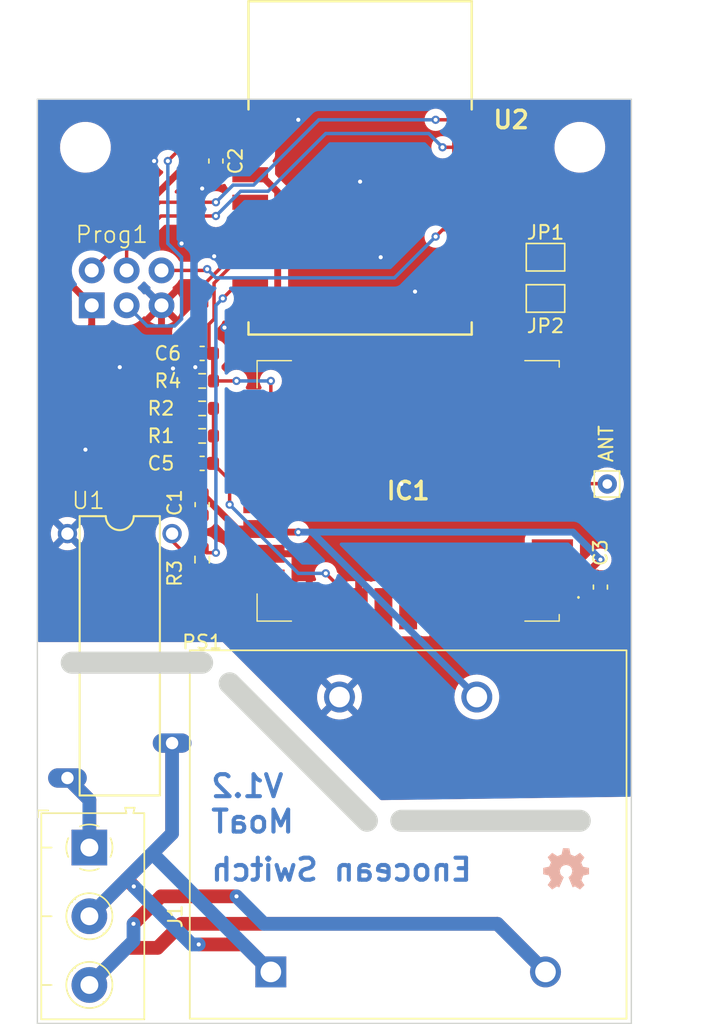
<source format=kicad_pcb>
(kicad_pcb (version 20220914) (generator pcbnew)
  (title_block (comment 4 "AISLER Project ID: AZRQSYIT"))
  (layers (0 "F.Cu" signal) (31 "B.Cu" signal) (34 "B.Paste" user) (35 "F.Paste" user) (36 "B.SilkS" user "B.Silkscreen") (37 "F.SilkS" user "F.Silkscreen") (38 "B.Mask" user) (39 "F.Mask" user) (44 "Edge.Cuts" user))
  (net 0 "")
  (net 1 "GND")
  (net 2 "+3V3")
  (net 4 "REN")
  (net 5 "Net-(IC1-SER_TX)")
  (net 6 "Net-(IC1-SER_RX)")
  (net 9 "Net-(J1-Pin_3)")
  (net 10 "Net-(J1-Pin_1)")
  (net 11 "Net-(J1-Pin_2)")
  (net 12 "Net-(Prog1-Tx)")
  (net 13 "Net-(Prog1-Rx)")
  (net 14 "PROG")
  (net 15 "Net-(Prog1-Reset)")
  (net 16 "MRST")
  (net 17 "Net-(U1-+)")
  (net 22 "WHIP")
  (net 23 "Net-(IC1-RESET)")
  (net 24 "SIG")
  (footprint "localstuff:Conn_P5.0mm_3_Lumberg" (layer "F.Cu") (at 118.7875 90.95 -90)
    (fp_text reference "J1" (at 5 -6.26 90) (layer "F.SilkS"))
    (fp_text value "Conn_01x03_Female")
    (fp_line (start -2.9 -3.3) (end -2.5 -3.2) (stroke (width 0.12)) (layer "F.SilkS"))
    (fp_line (start -2.9 -2.6) (end -2.9 -3.3) (stroke (width 0.12)) (layer "F.SilkS"))
    (fp_line (start -2.7 3) (end -2.7 3.74) (stroke (width 0.12)) (layer "F.SilkS"))
    (fp_line (start -2.7 3.74) (end -2.2 3.74) (stroke (width 0.12)) (layer "F.SilkS"))
    (fp_line (start -2.5 -4) (end 12.5 -4) (stroke (width 0.12)) (layer "F.SilkS"))
    (fp_line (start -2.5 -3.2) (end -2.5 -4) (stroke (width 0.12)) (layer "F.SilkS"))
    (fp_line (start -2.5 -2.7) (end -2.9 -2.6) (stroke (width 0.12)) (layer "F.SilkS"))
    (fp_line (start -2.5 -2.7) (end -2.5 3.5) (stroke (width 0.12)) (layer "F.SilkS"))
    (fp_line (start -2.5 3.5) (end 12.5 3.5) (stroke (width 0.12)) (layer "F.SilkS"))
    (fp_line (start 0 3.5) (end 0 2.75) (stroke (width 0.12)) (layer "F.SilkS"))
    (fp_line (start 3.773 1.023) (end 3.726 1.069) (stroke (width 0.12)) (layer "F.SilkS"))
    (fp_line (start 3.966 1.239) (end 3.931 1.274) (stroke (width 0.12)) (layer "F.SilkS"))
    (fp_line (start 5 3.5) (end 5 2.75) (stroke (width 0.12)) (layer "F.SilkS"))
    (fp_line (start 6.07 -1.275) (end 6.035 -1.239) (stroke (width 0.12)) (layer "F.SilkS"))
    (fp_line (start 6.275 -1.069) (end 6.228 -1.023) (stroke (width 0.12)) (layer "F.SilkS"))
    (fp_line (start 8.773 1.023) (end 8.726 1.069) (stroke (width 0.12)) (layer "F.SilkS"))
    (fp_line (start 8.966 1.239) (end 8.931 1.274) (stroke (width 0.12)) (layer "F.SilkS"))
    (fp_line (start 10 3.5) (end 10 2.75) (stroke (width 0.12)) (layer "F.SilkS"))
    (fp_line (start 11.07 -1.275) (end 11.035 -1.239) (stroke (width 0.12)) (layer "F.SilkS"))
    (fp_line (start 11.275 -1.069) (end 11.228 -1.023) (stroke (width 0.12)) (layer "F.SilkS"))
    (fp_line (start 12.5 -4) (end 12.5 3.5) (stroke (width 0.12)) (layer "F.SilkS"))
    (fp_arc (start -1.535427 0.683042) (mid -1.680501 -0.000524) (end -1.535 -0.684) (stroke (width 0.12)) (layer "F.SilkS"))
    (fp_arc (start -0.683042 -1.535427) (mid 0.000524 -1.680501) (end 0.684 -1.535) (stroke (width 0.12)) (layer "F.SilkS"))
    (fp_arc (start 0.028805 1.680253) (mid -0.335551 1.646659) (end -0.684 1.535) (stroke (width 0.12)) (layer "F.SilkS"))
    (fp_arc (start 0.683318 1.534756) (mid 0.349292 1.643288) (end 0 1.68) (stroke (width 0.12)) (layer "F.SilkS"))
    (fp_arc (start 1.535427 -0.683042) (mid 1.680501 0.000524) (end 1.535 0.684) (stroke (width 0.12)) (layer "F.SilkS"))
    (fp_circle (center 5 0) (end 6.68 0) (stroke (width 0.12)) (fill none) (layer "F.SilkS"))
    (fp_circle (center 10 0) (end 11.68 0) (stroke (width 0.12)) (fill none) (layer "F.SilkS"))
    (pad "1" thru_hole rect (at 0 0 270) (size 2.6 2.6) (drill 1.3) (layers *.Cu *.Mask) (net 10 "Net-(J1-Pin_1)"))
    (pad "2" thru_hole circle (at 5 0 270) (size 2.6 2.6) (drill 1.3) (layers *.Cu *.Mask) (net 11 "Net-(J1-Pin_2)"))
    (pad "3" thru_hole circle (at 10 0 270) (size 2.6 2.6) (drill 1.3) (layers *.Cu *.Mask) (net 9 "Net-(J1-Pin_3)"))
  )
  (footprint "localstuff:VTX-214" (layer "F.Cu") (at 142 90 180)
    (fp_text reference "PS1" (at 15 14 180) (layer "F.SilkS") (effects (font (size 1.000677 1.000677))))
    (fp_text value "VTX-214-003-103")
    (fp_line (start -15.9 -13.4) (end -15.9 13.4) (stroke (width 0.127)) (layer "F.SilkS"))
    (fp_line (start 15.9 -13.4) (end -15.9 -13.4) (stroke (width 0.127)) (layer "F.SilkS"))
    (fp_line (start 15.9 -13.4) (end 15.9 13.4) (stroke (width 0.127)) (layer "F.SilkS"))
    (fp_line (start 15.9 13.4) (end -15.9 13.4) (stroke (width 0.127)) (layer "F.SilkS"))
    (pad "1" thru_hole rect (at 10 -10 180) (size 2.25 2.25) (drill 1.5) (layers *.Cu *.Mask) (net 11 "Net-(J1-Pin_2)"))
    (pad "2" thru_hole circle (at -10 -10 180) (size 2.25 2.25) (drill 1.5) (layers *.Cu *.Mask) (net 9 "Net-(J1-Pin_3)"))
    (pad "3" thru_hole circle (at -5 10 180) (size 2.25 2.25) (drill 1.5) (layers *.Cu *.Mask) (net 2 "+3V3"))
    (pad "4" thru_hole circle (at 5 10 180) (size 2.25 2.25) (drill 1.5) (layers *.Cu *.Mask) (net 1 "GND"))
  )
  (footprint "Capacitor_SMD:C_0603_1608Metric" (layer "F.Cu") (at 127 63)
    (fp_text reference "C5" (at -3 0) (layer "F.SilkS"))
    (fp_text value "C_10n_0603")
    (fp_line (start -0.14058 -0.51) (end 0.14058 -0.51) (stroke (width 0.12)) (layer "F.SilkS"))
    (fp_line (start -0.14058 0.51) (end 0.14058 0.51) (stroke (width 0.12)) (layer "F.SilkS"))
    (pad "1" smd roundrect (at -0.775 0) (size 0.9 0.95) (layers "F.Cu" "F.Paste" "F.Mask") (net 1 "GND"))
    (pad "2" smd roundrect (at 0.775 0) (size 0.9 0.95) (layers "F.Cu" "F.Paste" "F.Mask") (net 23 "Net-(IC1-RESET)"))
  )
  (footprint "localstuff:TCM310" (layer "F.Cu") (at 142 65)
    (fp_text reference "IC1" (at 0 0) (layer "F.SilkS") (effects (font (size 1.27 1.27) (thickness 0.254))))
    (fp_text value "TCM310" hide)
    (fp_line (start -11 -9.475) (end -11 -7.5) (stroke (width 0.1)) (layer "F.SilkS"))
    (fp_line (start -11 7.5) (end -11 9.475) (stroke (width 0.1)) (layer "F.SilkS"))
    (fp_line (start -11 9.475) (end -8.5 9.475) (stroke (width 0.1)) (layer "F.SilkS"))
    (fp_line (start -8.5 -9.475) (end -11 -9.475) (stroke (width 0.1)) (layer "F.SilkS"))
    (fp_line (start 8.5 -9.475) (end 8.5 -9.475) (stroke (width 0.1)) (layer "F.SilkS"))
    (fp_line (start 8.5 -9.475) (end 11 -9.475) (stroke (width 0.1)) (layer "F.SilkS"))
    (fp_line (start 8.5 9.475) (end 11 9.475) (stroke (width 0.1)) (layer "F.SilkS"))
    (fp_line (start 11 -9.475) (end 11 -9) (stroke (width 0.1)) (layer "F.SilkS"))
    (fp_line (start 11 9.475) (end 11 9) (stroke (width 0.1)) (layer "F.SilkS"))
    (fp_line (start 12.4 7.7) (end 12.4 7.7) (stroke (width 0.1)) (layer "F.SilkS"))
    (fp_line (start 12.4 7.8) (end 12.4 7.8) (stroke (width 0.1)) (layer "F.SilkS"))
    (fp_arc (start 12.4 7.7) (mid 12.45 7.75) (end 12.4 7.8) (stroke (width 0.1)) (layer "F.SilkS"))
    (fp_arc (start 12.4 7.8) (mid 12.35 7.75) (end 12.4 7.7) (stroke (width 0.1)) (layer "F.SilkS"))
    (pad "1" smd rect (at 10.5 7.775 90) (size 1.3 3) (layers "F.Cu" "F.Paste" "F.Mask") (net 1 "GND"))
    (pad "2" smd rect (at 10.5 5.975 90) (size 1.3 3) (layers "F.Cu" "F.Paste" "F.Mask") (net 2 "+3V3"))
    (pad "3" smd rect (at 10.5 4.175 90) (size 1.3 3) (layers "F.Cu" "F.Paste" "F.Mask"))
    (pad "4" smd rect (at 10.5 -0.525 90) (size 1.3 3) (layers "F.Cu" "F.Paste" "F.Mask") (net 22 "WHIP"))
    (pad "5" smd rect (at 10.5 -2.325 90) (size 1.3 3) (layers "F.Cu" "F.Paste" "F.Mask") (net 1 "GND"))
    (pad "6" smd rect (at 10.5 -4.125 90) (size 1.3 3) (layers "F.Cu" "F.Paste" "F.Mask"))
    (pad "7" smd rect (at 10.5 -5.925 90) (size 1.3 3) (layers "F.Cu" "F.Paste" "F.Mask") (net 1 "GND"))
    (pad "8" smd rect (at 10.5 -7.725 90) (size 1.3 3) (layers "F.Cu" "F.Paste" "F.Mask"))
    (pad "9" smd rect (at 7.2 -8.575) (size 1.3 3) (layers "F.Cu" "F.Paste" "F.Mask"))
    (pad "10" smd rect (at 5.4 -8.575) (size 1.3 3) (layers "F.Cu" "F.Paste" "F.Mask"))
    (pad "11" smd rect (at 3.6 -8.575) (size 1.3 3) (layers "F.Cu" "F.Paste" "F.Mask"))
    (pad "12" smd rect (at 1.8 -8.575) (size 1.3 3) (layers "F.Cu" "F.Paste" "F.Mask"))
    (pad "13" smd rect (at 0 -8.575) (size 1.3 3) (layers "F.Cu" "F.Paste" "F.Mask"))
    (pad "14" smd rect (at -1.8 -8.575) (size 1.3 3) (layers "F.Cu" "F.Paste" "F.Mask"))
    (pad "15" smd rect (at -3.6 -8.575) (size 1.3 3) (layers "F.Cu" "F.Paste" "F.Mask") (net 6 "Net-(IC1-SER_RX)"))
    (pad "16" smd rect (at -5.4 -8.575) (size 1.3 3) (layers "F.Cu" "F.Paste" "F.Mask") (net 5 "Net-(IC1-SER_TX)"))
    (pad "17" smd rect (at -7.2 -8.575) (size 1.3 3) (layers "F.Cu" "F.Paste" "F.Mask") (net 1 "GND"))
    (pad "18" smd rect (at -10.5 -6.225 90) (size 1.3 3) (layers "F.Cu" "F.Paste" "F.Mask") (net 4 "REN"))
    (pad "19" smd rect (at -10.5 -4.425 90) (size 1.3 3) (layers "F.Cu" "F.Paste" "F.Mask"))
    (pad "20" smd rect (at -10.5 -2.625 90) (size 1.3 3) (layers "F.Cu" "F.Paste" "F.Mask"))
    (pad "21" smd rect (at -10.5 -0.825 90) (size 1.3 3) (layers "F.Cu" "F.Paste" "F.Mask"))
    (pad "22" smd rect (at -10.5 0.975 90) (size 1.3 3) (layers "F.Cu" "F.Paste" "F.Mask"))
    (pad "23" smd rect (at -10.5 2.775 90) (size 1.3 3) (layers "F.Cu" "F.Paste" "F.Mask") (net 2 "+3V3"))
    (pad "24" smd rect (at -10.5 4.575 90) (size 1.3 3) (layers "F.Cu" "F.Paste" "F.Mask") (net 1 "GND"))
    (pad "25" smd rect (at -10.5 6.375 90) (size 1.3 3) (layers "F.Cu" "F.Paste" "F.Mask"))
    (pad "26" smd rect (at -7.2 8.575) (size 1.3 3) (layers "F.Cu" "F.Paste" "F.Mask") (net 1 "GND"))
    (pad "27" smd rect (at -5.4 8.575) (size 1.3 3) (layers "F.Cu" "F.Paste" "F.Mask") (net 23 "Net-(IC1-RESET)"))
    (pad "28" smd rect (at -3.6 8.575) (size 1.3 3) (layers "F.Cu" "F.Paste" "F.Mask") (net 1 "GND"))
    (pad "29" smd rect (at -1.8 8.575) (size 1.3 3) (layers "F.Cu" "F.Paste" "F.Mask"))
    (pad "30" smd rect (at 0 8.575) (size 1.3 3) (layers "F.Cu" "F.Paste" "F.Mask"))
    (pad "31" smd rect (at 1.8 8.575) (size 1.3 3) (layers "F.Cu" "F.Paste" "F.Mask") (net 1 "GND"))
    (pad "32" smd rect (at 3.6 8.575) (size 1.3 3) (layers "F.Cu" "F.Paste" "F.Mask"))
    (pad "33" smd rect (at 5.4 8.575) (size 1.3 3) (layers "F.Cu" "F.Paste" "F.Mask"))
    (pad "34" smd rect (at 7.2 8.575) (size 1.3 3) (layers "F.Cu" "F.Paste" "F.Mask"))
  )
  (footprint "Capacitor_SMD:C_0603_1608Metric" (layer "F.Cu") (at 128 41 -90)
    (fp_text reference "C2" (at 0 -1.43 -270) (layer "F.SilkS"))
    (fp_text value "CP_10µ_16V_0603")
    (fp_line (start -0.14058 -0.51) (end 0.14058 -0.51) (stroke (width 0.12)) (layer "F.SilkS"))
    (fp_line (start -0.14058 0.51) (end 0.14058 0.51) (stroke (width 0.12)) (layer "F.SilkS"))
    (pad "1" smd roundrect (at -0.775 0 270) (size 0.9 0.95) (layers "F.Cu" "F.Paste" "F.Mask") (net 2 "+3V3"))
    (pad "2" smd roundrect (at 0.775 0 270) (size 0.9 0.95) (layers "F.Cu" "F.Paste" "F.Mask") (net 1 "GND"))
  )
  (footprint "Jumper:SolderJumper-2_P1.3mm_Open_TrianglePad1.0x1.5mm" (layer "F.Cu") (at 152 48)
    (fp_text reference "JP1" (at 0 -1.8 -360) (layer "F.SilkS"))
    (fp_text value "Jumper_NC")
    (fp_line (start -1.4 -1) (end 1.4 -1) (stroke (width 0.12)) (layer "F.SilkS"))
    (fp_line (start -1.4 1) (end -1.4 -1) (stroke (width 0.12)) (layer "F.SilkS"))
    (fp_line (start 1.4 -1) (end 1.4 1) (stroke (width 0.12)) (layer "F.SilkS"))
    (fp_line (start 1.4 1) (end -1.4 1) (stroke (width 0.12)) (layer "F.SilkS"))
    (pad "1" smd custom (at -0.725 0) (size 0.3 0.3) (layers "F.Cu" "F.Mask") (net 12 "Net-(Prog1-Tx)") (options (clearance outline) (anchor rect)) (primitives (gr_poly (pts (xy 1 0) (xy 0.5 0.75) (xy -0.5 0.75) (xy -0.5 -0.75) (xy 0.5 -0.75)) (width 0) (fill yes))))
    (pad "2" smd custom (at 0.725 0) (size 0.3 0.3) (layers "F.Cu" "F.Mask") (net 6 "Net-(IC1-SER_RX)") (options (clearance outline) (anchor rect)) (primitives (gr_poly (pts (xy 0.5 0.75) (xy -0.65 0.75) (xy -0.15 0) (xy -0.65 -0.75) (xy 0.5 -0.75)) (width 0) (fill yes))))
  )
  (footprint "Connector_Pin:Pin_D0.7mm_L6.5mm_W1.8mm_FlatFork" (layer "F.Cu") (at 156.5 64.5)
    (fp_text reference "J2" hide)
    (fp_text value "Conn_01x01_Female")
    (fp_line (start -0.95 -0.95) (end -0.95 0.95) (stroke (width 0.12)) (layer "F.SilkS"))
    (fp_line (start -0.95 0.95) (end 0.9 0.95) (stroke (width 0.12)) (layer "F.SilkS"))
    (fp_line (start 0.9 -0.95) (end -0.95 -0.95) (stroke (width 0.12)) (layer "F.SilkS"))
    (fp_line (start 0.9 -0.9) (end 0.9 -0.95) (stroke (width 0.12)) (layer "F.SilkS"))
    (fp_line (start 0.9 0.95) (end 0.9 -0.9) (stroke (width 0.12)) (layer "F.SilkS"))
    (pad "1" thru_hole circle (at 0 0) (size 1.4 1.4) (drill 0.7) (layers *.Cu *.Mask) (net 22 "WHIP"))
  )
  (footprint "localstuff:DIL16-CPC1965G" (layer "F.Cu") (at 121 77 -90)
    (fp_text reference "U1" (at -12 1 -180) (layer "F.SilkS") (effects (font (size 1.2065 1.2065) (thickness 0.127)) (justify right top)))
    (fp_text value "CPC1965G")
    (fp_line (start -10.16 -2.921) (end -10.16 -1.016) (stroke (width 0.1524)) (layer "F.SilkS"))
    (fp_line (start -10.16 2.921) (end -10.16 1.016) (stroke (width 0.1524)) (layer "F.SilkS"))
    (fp_line (start -10.16 2.921) (end 10.16 2.921) (stroke (width 0.1524)) (layer "F.SilkS"))
    (fp_line (start 10.16 -2.921) (end -10.16 -2.921) (stroke (width 0.1524)) (layer "F.SilkS"))
    (fp_line (start 10.16 -2.921) (end 10.16 2.921) (stroke (width 0.1524)) (layer "F.SilkS"))
    (fp_arc (start -10.16 -1.016) (mid -9.144 0) (end -10.16 1.016) (stroke (width 0.1524)) (layer "F.SilkS"))
    (pad "1" thru_hole circle (at -8.89 3.81) (size 1.408 1.408) (drill 0.9) (layers *.Cu *.Mask) (net 1 "GND"))
    (pad "8" thru_hole oval (at 8.89 3.81) (size 2.816 1.408) (drill 0.9) (layers *.Cu *.Mask) (net 10 "Net-(J1-Pin_1)"))
    (pad "10" thru_hole oval (at 6.35 -3.81) (size 2.816 1.408) (drill 0.9) (layers *.Cu *.Mask) (net 11 "Net-(J1-Pin_2)"))
    (pad "16" thru_hole circle (at -8.89 -3.81) (size 1.408 1.408) (drill 0.9) (layers *.Cu *.Mask) (net 17 "Net-(U1-+)"))
  )
  (footprint "Resistor_SMD:R_0603_1608Metric" (layer "F.Cu") (at 127 57)
    (fp_text reference "R4" (at -2.5 0) (layer "F.SilkS"))
    (fp_text value "R_10k_0603")
    (fp_line (start -0.237258 -0.5225) (end 0.237258 -0.5225) (stroke (width 0.12)) (layer "F.SilkS"))
    (fp_line (start -0.237258 0.5225) (end 0.237258 0.5225) (stroke (width 0.12)) (layer "F.SilkS"))
    (pad "1" smd roundrect (at -0.825 0) (size 0.8 0.95) (layers "F.Cu" "F.Paste" "F.Mask") (net 1 "GND"))
    (pad "2" smd roundrect (at 0.825 0) (size 0.8 0.95) (layers "F.Cu" "F.Paste" "F.Mask") (net 4 "REN"))
  )
  (footprint "Resistor_SMD:R_0603_1608Metric" (layer "F.Cu") (at 127 61)
    (fp_text reference "R1" (at -3 0) (layer "F.SilkS"))
    (fp_text value "R_10k_0603")
    (fp_line (start -0.237258 -0.5225) (end 0.237258 -0.5225) (stroke (width 0.12)) (layer "F.SilkS"))
    (fp_line (start -0.237258 0.5225) (end 0.237258 0.5225) (stroke (width 0.12)) (layer "F.SilkS"))
    (pad "1" smd roundrect (at -0.825 0) (size 0.8 0.95) (layers "F.Cu" "F.Paste" "F.Mask") (net 1 "GND"))
    (pad "2" smd roundrect (at 0.825 0) (size 0.8 0.95) (layers "F.Cu" "F.Paste" "F.Mask") (net 23 "Net-(IC1-RESET)"))
  )
  (footprint "localstuff:ESP-12S" (layer "F.Cu") (at 138.5 41.5)
    (fp_text reference "U2" (at 11 -3.5) (layer "F.SilkS") (effects (font (size 1.27 1.27) (thickness 0.25) bold)))
    (fp_text value "ESP-12S")
    (fp_line (start -8.127 -12.127) (end 8.127 -12.127) (stroke (width 0.1778)) (layer "F.SilkS"))
    (fp_line (start -8.127 -4.256) (end -8.127 -12.127) (stroke (width 0.1778)) (layer "F.SilkS"))
    (fp_line (start -8.127 12.127) (end -8.127 11.241) (stroke (width 0.1778)) (layer "F.SilkS"))
    (fp_line (start 8.127 -12.127) (end 8.127 -4.256) (stroke (width 0.1778)) (layer "F.SilkS"))
    (fp_line (start 8.127 11.241) (end 8.127 12.127) (stroke (width 0.1778)) (layer "F.SilkS"))
    (fp_line (start 8.127 12.127) (end -8.127 12.127) (stroke (width 0.1778)) (layer "F.SilkS"))
    (pad "1" smd rect (at -8 -3.5) (size 2.6 1.1) (layers "F.Cu" "F.Paste" "F.Mask") (net 15 "Net-(Prog1-Reset)"))
    (pad "2" smd rect (at -8 -1.5) (size 2.6 1.1) (layers "F.Cu" "F.Paste" "F.Mask"))
    (pad "3" smd rect (at -8 0.5) (size 2.6 1.1) (layers "F.Cu" "F.Paste" "F.Mask") (net 2 "+3V3"))
    (pad "4" smd rect (at -8 2.5) (size 2.6 1.1) (layers "F.Cu" "F.Paste" "F.Mask"))
    (pad "5" smd rect (at -8 4.5) (size 2.6 1.1) (layers "F.Cu" "F.Paste" "F.Mask") (net 16 "MRST"))
    (pad "6" smd rect (at -8 6.5) (size 2.6 1.1) (layers "F.Cu" "F.Paste" "F.Mask") (net 4 "REN"))
    (pad "7" smd rect (at -8 8.5) (size 2.6 1.1) (layers "F.Cu" "F.Paste" "F.Mask") (net 24 "SIG"))
    (pad "8" smd rect (at -8 10.5) (size 2.6 1.1) (layers "F.Cu" "F.Paste" "F.Mask") (net 2 "+3V3"))
    (pad "9" smd rect (at 8 10.5 180) (size 2.6 1.1) (layers "F.Cu" "F.Paste" "F.Mask") (net 1 "GND"))
    (pad "10" smd rect (at 8 8.5 180) (size 2.6 1.1) (layers "F.Cu" "F.Paste" "F.Mask"))
    (pad "11" smd rect (at 8 6.5 180) (size 2.6 1.1) (layers "F.Cu" "F.Paste" "F.Mask"))
    (pad "12" smd rect (at 8 4.5 180) (size 2.6 1.1) (layers "F.Cu" "F.Paste" "F.Mask") (net 14 "PROG"))
    (pad "13" smd rect (at 8 2.5 180) (size 2.6 1.1) (layers "F.Cu" "F.Paste" "F.Mask"))
    (pad "14" smd rect (at 8 0.5 180) (size 2.6 1.1) (layers "F.Cu" "F.Paste" "F.Mask"))
    (pad "15" smd rect (at 8 -1.5 180) (size 2.6 1.1) (layers "F.Cu" "F.Paste" "F.Mask") (net 13 "Net-(Prog1-Rx)"))
    (pad "16" smd rect (at 8 -3.5 180) (size 2.6 1.1) (layers "F.Cu" "F.Paste" "F.Mask") (net 12 "Net-(Prog1-Tx)"))
    (pad "P$1" smd rect (at 0 1.2) (size 3.2 3.2) (layers "F.Cu" "F.Mask") (net 1 "GND"))
    (zone (net 0) (net_name "") (layer "F.Cu") (connect_pads (clearance 0)) (min_thickness 0.002541)
      (keepout (tracks not_allowed) (vias not_allowed) (pads not_allowed) (copperpour not_allowed) (footprints allowed))
      (fill (thermal_gap 0.508) (thermal_bridge_width 0.508))
      (polygon (pts (xy 130.5 36.5) (xy 146.5 36.5) (xy 146.5 29.5) (xy 130.5 29.5)))
    )
    (zone (net 0) (net_name "") (layer "B.Cu") (connect_pads (clearance 0)) (min_thickness 0.002541)
      (keepout (tracks not_allowed) (vias not_allowed) (pads not_allowed) (copperpour not_allowed) (footprints allowed))
      (fill (thermal_gap 0.508) (thermal_bridge_width 0.508))
      (polygon (pts (xy 146.5 36.5) (xy 130.5 36.5) (xy 130.5 29.5) (xy 146.5 29.5)))
    )
  )
  (footprint "Resistor_SMD:R_0603_1608Metric" (layer "F.Cu") (at 127 59 180)
    (fp_text reference "R2" (at 3 0) (layer "F.SilkS"))
    (fp_text value "R_180_0603")
    (fp_line (start -0.237258 -0.5225) (end 0.237258 -0.5225) (stroke (width 0.12)) (layer "F.SilkS"))
    (fp_line (start -0.237258 0.5225) (end 0.237258 0.5225) (stroke (width 0.12)) (layer "F.SilkS"))
    (pad "1" smd roundrect (at -0.825 0 180) (size 0.8 0.95) (layers "F.Cu" "F.Paste" "F.Mask") (net 23 "Net-(IC1-RESET)"))
    (pad "2" smd roundrect (at 0.825 0 180) (size 0.8 0.95) (layers "F.Cu" "F.Paste" "F.Mask") (net 16 "MRST"))
  )
  (footprint "MountingHole:MountingHole_3.2mm_M3" (layer "F.Cu") (at 118.5 40)
    (fp_text reference "REF**" hide)
    (fp_text value "MountingHole_3.2mm_M3" hide)
    (pad "" np_thru_hole circle (at 0 0) (size 3.2 3.2) (drill 3.2) (layers *.Cu *.Mask))
  )
  (footprint "Jumper:SolderJumper-2_P1.3mm_Open_TrianglePad1.0x1.5mm" (layer "F.Cu") (at 152 51)
    (fp_text reference "JP2" (at 0 2 -360) (layer "F.SilkS"))
    (fp_text value "Jumper_NC")
    (fp_line (start -1.4 -1) (end 1.4 -1) (stroke (width 0.12)) (layer "F.SilkS"))
    (fp_line (start -1.4 1) (end -1.4 -1) (stroke (width 0.12)) (layer "F.SilkS"))
    (fp_line (start 1.4 -1) (end 1.4 1) (stroke (width 0.12)) (layer "F.SilkS"))
    (fp_line (start 1.4 1) (end -1.4 1) (stroke (width 0.12)) (layer "F.SilkS"))
    (pad "1" smd custom (at -0.725 0) (size 0.3 0.3) (layers "F.Cu" "F.Mask") (net 13 "Net-(Prog1-Rx)") (options (clearance outline) (anchor rect)) (primitives (gr_poly (pts (xy 1 0) (xy 0.5 0.75) (xy -0.5 0.75) (xy -0.5 -0.75) (xy 0.5 -0.75)) (width 0) (fill yes))))
    (pad "2" smd custom (at 0.725 0) (size 0.3 0.3) (layers "F.Cu" "F.Mask") (net 5 "Net-(IC1-SER_TX)") (options (clearance outline) (anchor rect)) (primitives (gr_poly (pts (xy 0.5 0.75) (xy -0.65 0.75) (xy -0.15 0) (xy -0.65 -0.75) (xy 0.5 -0.75)) (width 0) (fill yes))))
  )
  (footprint "MountingHole:MountingHole_3.2mm_M3" (layer "F.Cu") (at 154.5 40)
    (fp_text reference "REF**" hide)
    (fp_text value "MountingHole_3.2mm_M3" hide)
    (pad "" np_thru_hole circle (at 0 0) (size 3.2 3.2) (drill 3.2) (layers *.Cu *.Mask))
  )
  (footprint "localstuff:2X3-NS" (layer "F.Cu") (at 121.5 50.23)
    (fp_text reference "Prog1" (at -3.81 -3.175) (layer "F.SilkS") (effects (font (size 1.2065 1.2065) (thickness 0.127)) (justify left bottom)))
    (fp_text value "PogoPad")
    (pad "1" thru_hole rect (at -2.54 1.27) (size 1.8796 1.8796) (drill 1.016) (layers *.Cu *.Mask) (net 2 "+3V3"))
    (pad "2" thru_hole circle (at -2.54 -1.27) (size 1.8796 1.8796) (drill 1.016) (layers *.Cu *.Mask) (net 12 "Net-(Prog1-Tx)"))
    (pad "3" thru_hole circle (at 0 1.27) (size 1.8796 1.8796) (drill 1.016) (layers *.Cu *.Mask) (net 15 "Net-(Prog1-Reset)"))
    (pad "4" thru_hole circle (at 0 -1.27) (size 1.8796 1.8796) (drill 1.016) (layers *.Cu *.Mask) (net 13 "Net-(Prog1-Rx)"))
    (pad "5" thru_hole circle (at 2.54 1.27) (size 1.8796 1.8796) (drill 1.016) (layers *.Cu *.Mask) (net 1 "GND"))
    (pad "6" thru_hole circle (at 2.54 -1.27) (size 1.8796 1.8796) (drill 1.016) (layers *.Cu *.Mask) (net 14 "PROG"))
  )
  (footprint "Capacitor_SMD:C_0603_1608Metric" (layer "F.Cu") (at 127 66 -90)
    (fp_text reference "C1" (at -0.14058 2 90) (layer "F.SilkS"))
    (fp_text value "CP_10µ_16V_0603")
    (fp_line (start -0.14058 -0.51) (end 0.14058 -0.51) (stroke (width 0.12)) (layer "F.SilkS"))
    (fp_line (start -0.14058 0.51) (end 0.14058 0.51) (stroke (width 0.12)) (layer "F.SilkS"))
    (pad "1" smd roundrect (at -0.775 0 270) (size 0.9 0.95) (layers "F.Cu" "F.Paste" "F.Mask") (net 2 "+3V3"))
    (pad "2" smd roundrect (at 0.775 0 270) (size 0.9 0.95) (layers "F.Cu" "F.Paste" "F.Mask") (net 1 "GND"))
  )
  (footprint "Resistor_SMD:R_0603_1608Metric" (layer "F.Cu") (at 127 70 -90)
    (fp_text reference "R3" (at 1 2 90) (layer "F.SilkS"))
    (fp_text value "R_220_0603")
    (fp_line (start -0.237258 -0.5225) (end 0.237258 -0.5225) (stroke (width 0.12)) (layer "F.SilkS"))
    (fp_line (start -0.237258 0.5225) (end 0.237258 0.5225) (stroke (width 0.12)) (layer "F.SilkS"))
    (pad "1" smd roundrect (at -0.825 0 270) (size 0.8 0.95) (layers "F.Cu" "F.Paste" "F.Mask") (net 24 "SIG"))
    (pad "2" smd roundrect (at 0.825 0 270) (size 0.8 0.95) (layers "F.Cu" "F.Paste" "F.Mask") (net 17 "Net-(U1-+)"))
  )
  (footprint "Capacitor_SMD:C_0603_1608Metric" (layer "F.Cu") (at 156 72 -90)
    (fp_text reference "C3" (at -2.5 0 90) (layer "F.SilkS"))
    (fp_text value "CP_10µ_16V_0603")
    (fp_line (start -0.14058 -0.51) (end 0.14058 -0.51) (stroke (width 0.12)) (layer "F.SilkS"))
    (fp_line (start -0.14058 0.51) (end 0.14058 0.51) (stroke (width 0.12)) (layer "F.SilkS"))
    (pad "1" smd roundrect (at -0.775 0 270) (size 0.9 0.95) (layers "F.Cu" "F.Paste" "F.Mask") (net 2 "+3V3"))
    (pad "2" smd roundrect (at 0.775 0 270) (size 0.9 0.95) (layers "F.Cu" "F.Paste" "F.Mask") (net 1 "GND"))
  )
  (footprint "Capacitor_SMD:C_0603_1608Metric" (layer "F.Cu") (at 127 55)
    (fp_text reference "C6" (at -2.5 0) (layer "F.SilkS"))
    (fp_text value "C_10n_0603")
    (fp_line (start -0.14058 -0.51) (end 0.14058 -0.51) (stroke (width 0.12)) (layer "F.SilkS"))
    (fp_line (start -0.14058 0.51) (end 0.14058 0.51) (stroke (width 0.12)) (layer "F.SilkS"))
    (pad "1" smd roundrect (at -0.775 0) (size 0.9 0.95) (layers "F.Cu" "F.Paste" "F.Mask") (net 1 "GND"))
    (pad "2" smd roundrect (at 0.775 0) (size 0.9 0.95) (layers "F.Cu" "F.Paste" "F.Mask") (net 4 "REN"))
  )
  (footprint "localstuff:OSHW Logo 3mm" (layer "B.Cu") (at 153.5 92.5 180)
    (fp_text reference "G***" hide)
    (fp_text value "LOGO" hide)
    (fp_poly (pts (xy -1.011428 -1.4986) (xy -0.650494 -1.273048) (xy -0.481076 -1.341628) (xy -0.179578 -0.611378) (xy -0.315722 -0.499618) (xy -0.3937 -0.402336) (xy -0.456946 -0.169164) (xy -0.39878 0.054864) (xy -0.32258 0.153162) (xy -0.230124 0.226314) (xy -0.000508 0.287528) (xy 0.228346 0.230378) (xy 0.368046 0.107442) (xy 0.461518 -0.127) (xy 0.422148 -0.356108) (xy 0.360172 -0.456692) (xy 0.176276 -0.613918) (xy 0.497586 -1.346454) (xy 0.677926 -1.277874) (xy 1.013714 -1.496568) (xy 1.337564 -1.177798) (xy 1.09982 -0.821182) (xy 1.257046 -0.479298) (xy 1.66243 -0.387604) (xy 1.659636 0.063246) (xy 1.22682 0.158496) (xy 1.09474 0.476504) (xy 1.33731 0.847852) (xy 1.01092 1.164844) (xy 0.637286 0.917956) (xy 0.324358 1.044956) (xy 0.220726 1.494028) (xy -0.226822 1.486916) (xy -0.327152 1.036574) (xy -0.631698 0.91186) (xy -1.014222 1.167638) (xy -1.330198 0.831596) (xy -1.094994 0.454152) (xy -1.223518 0.148082) (xy -1.6637 0.063246) (xy -1.668018 -0.389636) (xy -1.238504 -0.485648) (xy -1.109726 -0.83566) (xy -1.330198 -1.187704) (xy -1.011428 -1.4986)) (stroke (width 0.01)) (fill solid) (layer "B.SilkS"))
  )
  (gr_line (start 115 103.75) (end 115 36.5) (stroke (width 0.1)) (layer "Edge.Cuts"))
  (gr_line (start 158.25 103.75) (end 115 103.75) (stroke (width 0.1)) (layer "Edge.Cuts"))
  (gr_line (start 141.5 89) (end 154.5 89) (stroke (width 1.6)) (layer "Edge.Cuts"))
  (gr_line (start 129 79) (end 139 89) (stroke (width 1.6)) (layer "Edge.Cuts"))
  (gr_line (start 158.25 36.5) (end 158.25 103.75) (stroke (width 0.1)) (layer "Edge.Cuts"))
  (gr_line (start 117.5 77.5) (end 127 77.5) (stroke (width 1.6)) (layer "Edge.Cuts"))
  (gr_line (start 115 36.5) (end 158.25 36.5) (stroke (width 0.1)) (layer "Edge.Cuts"))
  (gr_text "Enocean Switch" (at 127.5 93.5) (layer "B.Cu") (effects (font (size 1.6 1.6) (thickness 0.3) bold) (justify right bottom mirror)))
  (gr_text "V1.2\nMoaT" (at 127.5 90) (layer "B.Cu") (effects (font (size 1.6 1.6) (thickness 0.3) bold) (justify right bottom mirror)))
  (gr_text "ANT" (at 157 63 90) (layer "F.SilkS") (effects (font (size 1 1)) (justify left bottom)))
  (segment (start 124.04 52.96) (end 121 56) (width 0.5) (layer "F.Cu") (net 1))
  (segment (start 126.225 63) (end 126.225 61.05) (width 0.5) (layer "F.Cu") (net 1))
  (segment (start 124.04 51.5) (end 124.04 52.96) (width 0.5) (layer "F.Cu") (net 1))
  (segment (start 128 41.775) (end 128 42) (width 0.5) (layer "F.Cu") (net 1))
  (segment (start 126.175 61) (end 121.175 56) (width 0.5) (layer "F.Cu") (net 1))
  (segment (start 126.225 55.725) (end 126.5 56) (width 0.5) (layer "F.Cu") (net 1))
  (segment (start 126.225 55) (end 126.225 55.725) (width 0.5) (layer "F.Cu") (net 1))
  (segment (start 128 42) (end 127 43) (width 0.5) (layer "F.Cu") (net 1))
  (segment (start 126.225 61.05) (end 126.175 61) (width 0.5) (layer "F.Cu") (net 1))
  (segment (start 126.175 56.325) (end 126.5 56) (width 0.5) (layer "F.Cu") (net 1))
  (segment (start 121.175 56) (end 121 56) (width 0.5) (layer "F.Cu") (net 1))
  (segment (start 126.175 57) (end 126.175 56.325) (width 0.5) (layer "F.Cu") (net 1))
  (via (at 123.5 41) (size 0.6) (drill 0.3) (layers "F.Cu" "B.Cu") (net 1))
  (via (at 140 48) (size 0.6) (drill 0.3) (layers "F.Cu" "B.Cu") (net 1))
  (via (at 138.5 42.5) (size 0.6) (drill 0.3) (layers "F.Cu" "B.Cu") (net 1))
  (via (at 118.5 62) (size 0.6) (drill 0.3) (layers "F.Cu" "B.Cu") (net 1))
  (via (at 125.5 47) (size 0.6) (drill 0.3) (layers "F.Cu" "B.Cu") (net 1))
  (via (at 127 43) (size 0.6) (drill 0.3) (layers "F.Cu" "B.Cu") (net 1))
  (via (at 142.5 50.5) (size 0.6) (drill 0.3) (layers "F.Cu" "B.Cu") (net 1))
  (via (at 134 38) (size 0.6) (drill 0.3) (layers "F.Cu" "B.Cu") (net 1))
  (via (at 128.6245 53.120989) (size 0.6) (drill 0.3) (layers "F.Cu" "B.Cu") (net 1))
  (via (at 126.5 56) (size 0.6) (drill 0.3) (layers "F.Cu" "B.Cu") (net 1))
  (via (at 121 56) (size 0.6) (drill 0.3) (layers "F.Cu" "B.Cu") (net 1))
  (via (at 127.8755 47.929438) (size 0.6) (drill 0.3) (layers "F.Cu" "B.Cu") (net 1))
  (via (at 124.8755 56.094824) (size 0.6) (drill 0.3) (layers "F.Cu" "B.Cu") (net 1))
  (via (at 141.5 64.5) (size 0.6) (drill 0.3) (layers "F.Cu" "B.Cu") (net 1))
  (segment (start 127 43) (end 126.425499 43.574501) (width 0.5) (layer "B.Cu") (net 1))
  (segment (start 126.425499 43.574501) (end 126.425499 52.386969) (width 0.5) (layer "B.Cu") (net 1))
  (segment (start 122.812468 56) (end 121 56) (width 0.5) (layer "B.Cu") (net 1))
  (segment (start 126.425499 52.386969) (end 122.812468 56) (width 0.5) (layer "B.Cu") (net 1))
  (segment (start 155.75 70.975) (end 156 71.225) (width 0.5) (layer "F.Cu") (net 2))
  (segment (start 119 46) (end 117 48) (width 0.5) (layer "F.Cu") (net 2))
  (segment (start 156 70) (end 155.025 70.975) (width 0.5) (layer "F.Cu") (net 2))
  (segment (start 131.25 52) (end 130.5 52) (width 0.5) (layer "F.Cu") (net 2))
  (segment (start 155.025 70.975) (end 155.75 70.975) (width 0.5) (layer "F.Cu") (net 2))
  (segment (start 118.92 57.145) (end 118.92 53) (width 0.5) (layer "F.Cu") (net 2))
  (segment (start 132.5 43.25) (end 132.5 50.75) (width 0.5) (layer "F.Cu") (net 2))
  (segment (start 121.107532 46) (end 119 46) (width 0.5) (layer "F.Cu") (net 2))
  (segment (start 126.882532 40.225) (end 121.107532 46) (width 0.5) (layer "F.Cu") (net 2))
  (segment (start 131.725 68) (end 131.5 67.775) (width 0.5) (layer "F.Cu") (net 2))
  (segment (start 130.5 42) (end 129.775 42) (width 0.5) (layer "F.Cu") (net 2))
  (segment (start 130.5 42) (end 131.25 42) (width 0.5) (layer "F.Cu") (net 2))
  (segment (start 128 40.225) (end 126.882532 40.225) (width 0.5) (layer "F.Cu") (net 2))
  (segment (start 118.96 52.96) (end 118.96 51.5) (width 0.5) (layer "F.Cu") (net 2))
  (segment (start 127 65.225) (end 118.92 57.145) (width 0.5) (layer "F.Cu") (net 2))
  (segment (start 117 49.54) (end 118.96 51.5) (width 0.5) (layer "F.Cu") (net 2))
  (segment (start 129.55 67.775) (end 131.5 67.775) (width 0.5) (layer "F.Cu") (net 2))
  (segment (start 132.5 50.75) (end 131.25 52) (width 0.5) (layer "F.Cu") (net 2))
  (segment (start 152.5 70.975) (end 155.025 70.975) (width 0.5) (layer "F.Cu") (net 2))
  (segment (start 117 48) (end 117 49.54) (width 0.5) (layer "F.Cu") (net 2))
  (segment (start 134 68) (end 131.725 68) (width 0.5) (layer "F.Cu") (net 2))
  (segment (start 129.775 42) (end 128 40.225) (width 0.5) (layer "F.Cu") (net 2))
  (segment (start 131.25 42) (end 132.5 43.25) (width 0.5) (layer "F.Cu") (net 2))
  (segment (start 127 65.225) (end 129.55 67.775) (width 0.5) (layer "F.Cu") (net 2))
  (segment (start 118.92 53) (end 118.96 52.96) (width 0.5) (layer "F.Cu") (net 2))
  (via (at 156 70) (size 0.6) (drill 0.3) (layers "F.Cu" "B.Cu") (net 2))
  (via (at 134 68) (size 0.6) (drill 0.3) (layers "F.Cu" "B.Cu") (net 2))
  (segment (start 135 68) (end 134 68) (width 0.5) (layer "B.Cu") (net 2))
  (segment (start 135 68) (end 154 68) (width 0.5) (layer "B.Cu") (net 2))
  (segment (start 154 68) (end 156 70) (width 0.5) (layer "B.Cu") (net 2))
  (segment (start 147 80) (end 135 68) (width 0.5) (layer "B.Cu") (net 2))
  (segment (start 129.75 48) (end 127.865823 49.884177) (width 0.25) (layer "F.Cu") (net 4))
  (segment (start 132 57) (end 132 58.275) (width 0.25) (layer "F.Cu") (net 4))
  (segment (start 127.5 52.862312) (end 127.5 54.725) (width 0.25) (layer "F.Cu") (net 4))
  (segment (start 127.865823 49.884177) (end 127.865823 52.496489) (width 0.25) (layer "F.Cu") (net 4))
  (segment (start 127.775 55) (end 127.775 56.95) (width 0.25) (layer "F.Cu") (net 4))
  (segment (start 127.775 56.95) (end 127.825 57) (width 0.25) (layer "F.Cu") (net 4))
  (segment (start 127.825 57) (end 129.5 57) (width 0.25) (layer "F.Cu") (net 4))
  (segment (start 127.865823 52.496489) (end 127.5 52.862312) (width 0.25) (layer "F.Cu") (net 4))
  (segment (start 132 58.275) (end 131.5 58.775) (width 0.25) (layer "F.Cu") (net 4))
  (segment (start 127.5 54.725) (end 127.775 55) (width 0.25) (layer "F.Cu") (net 4))
  (segment (start 130.5 48) (end 129.75 48) (width 0.25) (layer "F.Cu") (net 4))
  (via (at 132 57) (size 0.6) (drill 0.3) (layers "F.Cu" "B.Cu") (net 4))
  (via (at 129.5 57) (size 0.6) (drill 0.3) (layers "F.Cu" "B.Cu") (net 4))
  (segment (start 129.5 57) (end 132 57) (width 0.25) (layer "B.Cu") (net 4))
  (segment (start 137.5 53) (end 150.98462 53) (width 0.25) (layer "F.Cu") (net 5))
  (segment (start 150.98462 53) (end 152.725 51.25962) (width 0.25) (layer "F.Cu") (net 5))
  (segment (start 136.6 53.9) (end 137.5 53) (width 0.25) (layer "F.Cu") (net 5))
  (segment (start 152.725 51.25962) (end 152.725 51) (width 0.25) (layer "F.Cu") (net 5))
  (segment (start 136.6 56.425) (end 136.6 53.9) (width 0.25) (layer "F.Cu") (net 5))
  (segment (start 154 49.275) (end 154 52) (width 0.25) (layer "F.Cu") (net 6))
  (segment (start 139.550499 53.449501) (end 138.4 54.6) (width 0.25) (layer "F.Cu") (net 6))
  (segment (start 138.4 54.6) (end 138.4 56.425) (width 0.25) (layer "F.Cu") (net 6))
  (segment (start 152.725 48) (end 154 49.275) (width 0.25) (layer "F.Cu") (net 6))
  (segment (start 152.550499 53.449501) (end 139.550499 53.449501) (width 0.25) (layer "F.Cu") (net 6))
  (segment (start 154 52) (end 152.550499 53.449501) (width 0.25) (layer "F.Cu") (net 6))
  (segment (start 129.5 94.5) (end 124 94.5) (width 1) (layer "F.Cu") (net 9))
  (segment (start 148.5 96.5) (end 125.5 96.5) (width 1) (layer "F.Cu") (net 9))
  (segment (start 121.4875 98.25) (end 118.7875 100.95) (width 1) (layer "F.Cu") (net 9))
  (segment (start 152 100) (end 148.5 96.5) (width 1) (layer "F.Cu") (net 9))
  (segment (start 123.75 98.25) (end 121.4875 98.25) (width 1) (layer "F.Cu") (net 9))
  (segment (start 125.5 96.5) (end 123.75 98.25) (width 1) (layer "F.Cu") (net 9))
  (segment (start 124 94.5) (end 122 96.5) (width 1) (layer "F.Cu") (net 9))
  (via (at 122 96.5) (size 0.6) (drill 0.3) (layers "F.Cu" "B.Cu") (net 9))
  (via (at 129.5 94.5) (size 0.6) (drill 0.3) (layers "F.Cu" "B.Cu") (net 9))
  (segment (start 122 97.7375) (end 122 96.5) (width 1) (layer "B.Cu") (net 9))
  (segment (start 148.5 96.5) (end 131.5 96.5) (width 1) (layer "B.Cu") (net 9))
  (segment (start 152 100) (end 148.5 96.5) (width 1) (layer "B.Cu") (net 9))
  (segment (start 131.5 96.5) (end 129.5 94.5) (width 1) (layer "B.Cu") (net 9))
  (segment (start 118.7875 100.95) (end 122 97.7375) (width 1) (layer "B.Cu") (net 9))
  (segment (start 118.7875 87.4875) (end 117.19 85.89) (width 1) (layer "F.Cu") (net 10))
  (segment (start 118.7875 90.95) (end 118.7875 87.4875) (width 1) (layer "F.Cu") (net 10))
  (segment (start 118.7875 90.95) (end 118.7875 87.4875) (width 1) (layer "B.Cu") (net 10))
  (segment (start 118.7875 87.4875) (end 117.19 85.89) (width 1) (layer "B.Cu") (net 10))
  (segment (start 122.022041 93.772041) (end 122.022041 93.781609) (width 1) (layer "F.Cu") (net 11))
  (segment (start 132 100) (end 130 98) (width 1) (layer "F.Cu") (net 11))
  (segment (start 130 98) (end 126.75 98) (width 1) (layer "F.Cu") (net 11))
  (segment (start 121.49375 93.24375) (end 124.81 89.9275) (width 1) (layer "F.Cu") (net 11))
  (segment (start 121.49375 93.24375) (end 122.022041 93.772041) (width 1) (layer "F.Cu") (net 11))
  (segment (start 118.7875 95.95) (end 121.49375 93.24375) (width 1) (layer "F.Cu") (net 11))
  (segment (start 124.81 89.9275) (end 124.81 83.35) (width 1) (layer "F.Cu") (net 11))
  (via (at 126.75 98) (size 0.6) (drill 0.3) (layers "F.Cu" "B.Cu") (net 11))
  (via (at 122.022041 93.781609) (size 0.6) (drill 0.3) (layers "F.Cu" "B.Cu") (net 11))
  (segment (start 126.240432 98) (end 126.75 98) (width 1) (layer "B.Cu") (net 11))
  (segment (start 122.022041 93.781609) (end 126.240432 98) (width 1) (layer "B.Cu") (net 11))
  (segment (start 118.7875 95.95) (end 123.36875 91.36875) (width 1) (layer "B.Cu") (net 11))
  (segment (start 123.36875 91.36875) (end 124.81 89.9275) (width 1) (layer "B.Cu") (net 11))
  (segment (start 132 100) (end 123.36875 91.36875) (width 1) (layer "B.Cu") (net 11))
  (segment (start 124.81 89.9275) (end 124.81 83.35) (width 1) (layer "B.Cu") (net 11))
  (segment (start 150 40.75) (end 150 46.725) (width 0.25) (layer "F.Cu") (net 12))
  (segment (start 150 46.725) (end 151.275 48) (width 0.25) (layer "F.Cu") (net 12))
  (segment (start 123.92 44) (end 128 44) (width 0.25) (layer "F.Cu") (net 12))
  (segment (start 118.96 48.96) (end 123.92 44) (width 0.25) (layer "F.Cu") (net 12))
  (segment (start 146.5 38) (end 147.25 38) (width 0.25) (layer "F.Cu") (net 12))
  (segment (start 147.25 38) (end 150 40.75) (width 0.25) (layer "F.Cu") (net 12))
  (segment (start 144 38) (end 146.5 38) (width 0.25) (layer "F.Cu") (net 12))
  (via (at 144 38) (size 0.6) (drill 0.3) (layers "F.Cu" "B.Cu") (net 12))
  (via (at 128 44) (size 0.6) (drill 0.3) (layers "F.Cu" "B.Cu") (net 12))
  (segment (start 130.75 42.75) (end 135.5 38) (width 0.25) (layer "B.Cu") (net 12))
  (segment (start 128 44) (end 129.25 42.75) (width 0.25) (layer "B.Cu") (net 12))
  (segment (start 129.25 42.75) (end 130.75 42.75) (width 0.25) (layer "B.Cu") (net 12))
  (segment (start 135.5 38) (end 144 38) (width 0.25) (layer "B.Cu") (net 12))
  (segment (start 149.550499 42.300499) (end 149.550499 49.275499) (width 0.25) (layer "F.Cu") (net 13))
  (segment (start 149.550499 49.275499) (end 151.275 51) (width 0.25) (layer "F.Cu") (net 13))
  (segment (start 121.5 47.5) (end 121.5 48.96) (width 0.25) (layer "F.Cu") (net 13))
  (segment (start 128 45) (end 124 45) (width 0.25) (layer "F.Cu") (net 13))
  (segment (start 144.5 40) (end 146.5 40) (width 0.25) (layer "F.Cu") (net 13))
  (segment (start 147.25 40) (end 149.550499 42.300499) (width 0.25) (layer "F.Cu") (net 13))
  (segment (start 124 45) (end 121.5 47.5) (width 0.25) (layer "F.Cu") (net 13))
  (segment (start 146.5 40) (end 147.25 40) (width 0.25) (layer "F.Cu") (net 13))
  (via (at 128 45) (size 0.6) (drill 0.3) (layers "F.Cu" "B.Cu") (net 13))
  (via (at 144.5 40) (size 0.6) (drill 0.3) (layers "F.Cu" "B.Cu") (net 13))
  (segment (start 128 45) (end 129.800499 43.199501) (width 0.25) (layer "B.Cu") (net 13))
  (segment (start 143.5 39) (end 144.5 40) (width 0.25) (layer "B.Cu") (net 13))
  (segment (start 131.800499 43.199501) (end 136 39) (width 0.25) (layer "B.Cu") (net 13))
  (segment (start 136 39) (end 143.5 39) (width 0.25) (layer "B.Cu") (net 13))
  (segment (start 129.800499 43.199501) (end 131.800499 43.199501) (width 0.25) (layer "B.Cu") (net 13))
  (segment (start 144.5 46) (end 146.5 46) (width 0.25) (layer "F.Cu") (net 14))
  (segment (start 127.271132 48.96) (end 127.365566 48.865566) (width 0.25) (layer "F.Cu") (net 14))
  (segment (start 124.04 48.96) (end 127.271132 48.96) (width 0.25) (layer "F.Cu") (net 14))
  (segment (start 144 46.5) (end 144.5 46) (width 0.25) (layer "F.Cu") (net 14))
  (via (at 144 46.5) (size 0.6) (drill 0.3) (layers "F.Cu" "B.Cu") (net 14))
  (via (at 127.365566 48.865566) (size 0.6) (drill 0.3) (layers "F.Cu" "B.Cu") (net 14))
  (segment (start 128 49.5) (end 127.365566 48.865566) (width 0.25) (layer "B.Cu") (net 14))
  (segment (start 141 49.5) (end 128 49.5) (width 0.25) (layer "B.Cu") (net 14))
  (segment (start 144 46.5) (end 141 49.5) (width 0.25) (layer "B.Cu") (net 14))
  (segment (start 127.5 38) (end 124.5 41) (width 0.25) (layer "F.Cu") (net 15))
  (segment (start 130.5 38) (end 127.5 38) (width 0.25) (layer "F.Cu") (net 15))
  (via (at 124.5 41) (size 0.6) (drill 0.3) (layers "F.Cu" "B.Cu") (net 15))
  (segment (start 124.5 47) (end 125.5 48) (width 0.25) (layer "B.Cu") (net 15))
  (segment (start 125 53) (end 123 53) (width 0.25) (layer "B.Cu") (net 15))
  (segment (start 125.5 52.5) (end 125 53) (width 0.25) (layer "B.Cu") (net 15))
  (segment (start 125.5 48) (end 125.5 52.5) (width 0.25) (layer "B.Cu") (net 15))
  (segment (start 124.5 41) (end 124.5 47) (width 0.25) (layer "B.Cu") (net 15))
  (segment (start 123 53) (end 121.5 51.5) (width 0.25) (layer "B.Cu") (net 15))
  (segment (start 125.45 56.507538) (end 125.5 56.457538) (width 0.25) (layer "F.Cu") (net 16))
  (segment (start 125.45 58.275) (end 125.45 56.507538) (width 0.25) (layer "F.Cu") (net 16))
  (segment (start 127.325499 51.538811) (end 127.325499 49.788811) (width 0.25) (layer "F.Cu") (net 16))
  (segment (start 128.5 48.61431) (end 128.5 47.25) (width 0.25) (layer "F.Cu") (net 16))
  (segment (start 125.5 55.527817) (end 125.45 55.477817) (width 0.25) (layer "F.Cu") (net 16))
  (segment (start 128.5 47.25) (end 129.75 46) (width 0.25) (layer "F.Cu") (net 16))
  (segment (start 127.325499 49.788811) (end 128.5 48.61431) (width 0.25) (layer "F.Cu") (net 16))
  (segment (start 125.45 55.477817) (end 125.45 53.41431) (width 0.25) (layer "F.Cu") (net 16))
  (segment (start 129.75 46) (end 130.5 46) (width 0.25) (layer "F.Cu") (net 16))
  (segment (start 125.5 56.457538) (end 125.5 55.527817) (width 0.25) (layer "F.Cu") (net 16))
  (segment (start 126.175 59) (end 125.45 58.275) (width 0.25) (layer "F.Cu") (net 16))
  (segment (start 125.45 53.41431) (end 127.325499 51.538811) (width 0.25) (layer "F.Cu") (net 16))
  (segment (start 124.81 68.635) (end 124.81 68.11) (width 0.25) (layer "F.Cu") (net 17))
  (segment (start 127 70.825) (end 124.81 68.635) (width 0.25) (layer "F.Cu") (net 17))
  (segment (start 152.5 64.475) (end 156.475 64.475) (width 0.25) (layer "F.Cu") (net 22))
  (segment (start 156.475 64.475) (end 156.5 64.5) (width 0.25) (layer "F.Cu") (net 22))
  (segment (start 129 64.225) (end 129 66) (width 0.25) (layer "F.Cu") (net 23))
  (segment (start 136.6 71.6) (end 136.6 73.575) (width 0.25) (layer "F.Cu") (net 23))
  (segment (start 127.775 63) (end 129 64.225) (width 0.25) (layer "F.Cu") (net 23))
  (segment (start 136 71) (end 136.6 71.6) (width 0.25) (layer "F.Cu") (net 23))
  (segment (start 127.775 63) (end 127.825 62.95) (width 0.25) (layer "F.Cu") (net 23))
  (segment (start 127.825 62.95) (end 127.825 59) (width 0.25) (layer "F.Cu") (net 23))
  (via (at 136 71) (size 0.6) (drill 0.3) (layers "F.Cu" "B.Cu") (net 23))
  (via (at 129 66) (size 0.6) (drill 0.3) (layers "F.Cu" "B.Cu") (net 23))
  (segment (start 129 66) (end 134 71) (width 0.25) (layer "B.Cu") (net 23))
  (segment (start 134 71) (end 136 71) (width 0.25) (layer "B.Cu") (net 23))
  (segment (start 127.325 69.5) (end 127 69.175) (width 0.25) (layer "F.Cu") (net 24))
  (segment (start 128 69.5) (end 127.325 69.5) (width 0.25) (layer "F.Cu") (net 24))
  (segment (start 130.5 50) (end 129.5 50) (width 0.25) (layer "F.Cu") (net 24))
  (segment (start 129.5 50) (end 128.5 51) (width 0.25) (layer "F.Cu") (net 24))
  (via (at 128 69.5) (size 0.6) (drill 0.3) (layers "F.Cu" "B.Cu") (net 24))
  (via (at 128.5 51) (size 0.6) (drill 0.3) (layers "F.Cu" "B.Cu") (net 24))
  (segment (start 128.5 51) (end 128 51.5) (width 0.25) (layer "B.Cu") (net 24))
  (segment (start 128 51.5) (end 128 69.5) (width 0.25) (layer "B.Cu") (net 24))
  (zone (net 1) (net_name "GND") (layers F&B.Cu) (connect_pads (clearance 0.508)) (min_thickness 0.254) (fill yes (thermal_gap 0.508) (thermal_bridge_width 0.508) (island_removal_mode 2) (island_area_min 10))
    (polygon (pts (xy 158.25 87.25) (xy 140 87.5) (xy 128.5 76) (xy 115 76) (xy 115 36.5) (xy 158.25 36.5)))
  )
)
</source>
